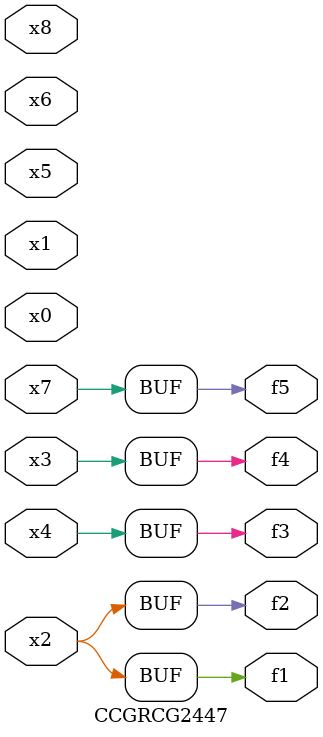
<source format=v>
module CCGRCG2447(
	input x0, x1, x2, x3, x4, x5, x6, x7, x8,
	output f1, f2, f3, f4, f5
);
	assign f1 = x2;
	assign f2 = x2;
	assign f3 = x4;
	assign f4 = x3;
	assign f5 = x7;
endmodule

</source>
